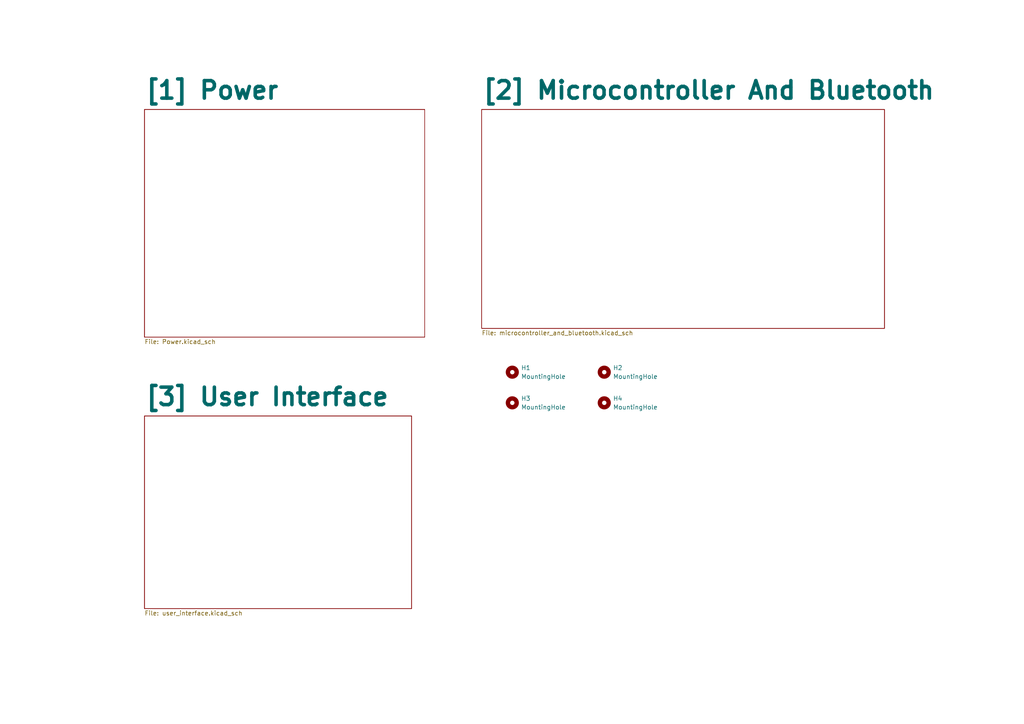
<source format=kicad_sch>
(kicad_sch (version 20231120) (generator "eeschema") (generator_version "8.0")
  (paper "A4")
  (title_block (title "SurvBot - Remote Controller") (date "2025-03-17") (rev "1.0.0."))
  (lib_symbols
    (symbol "Mechanical:MountingHole" (pin_names (offset 1.016)) (exclude_from_sim yes) (in_bom no)
      (property "Reference" "H" (at 0 5.08 0))
      (property "Value" "MountingHole" (at 0 3.175 0))
      (symbol "MountingHole_0_1"
        (circle (center 0 0) (radius 1.27) (stroke (width 1.27)))
      )
    )
  )
  (symbol (lib_id "Mechanical:MountingHole") (at 175.26 116.84 0) (unit 1) (exclude_from_sim yes) (in_bom no)
    (property "Reference" "H4" (at 177.8 115.5699 0) (effects (justify left)))
    (property "Value" "MountingHole" (at 177.8 118.1099 0) (effects (justify left)))
    (property "Footprint" "MountingHole:MountingHole_2mm" (effects (hide yes)))
    (property "Description" "Mounting Hole without connection" (effects (hide yes)))
  )
  (symbol (lib_id "Mechanical:MountingHole") (at 175.26 107.95 0) (unit 1) (exclude_from_sim yes) (in_bom no)
    (property "Reference" "H2" (at 177.8 106.6799 0) (effects (justify left)))
    (property "Value" "MountingHole" (at 177.8 109.2199 0) (effects (justify left)))
    (property "Footprint" "MountingHole:MountingHole_2mm" (effects (hide yes)))
    (property "Description" "Mounting Hole without connection" (effects (hide yes)))
  )
  (symbol (lib_id "Mechanical:MountingHole") (at 148.59 116.84 0) (unit 1) (exclude_from_sim yes) (in_bom no)
    (property "Reference" "H3" (at 151.13 115.5699 0) (effects (justify left)))
    (property "Value" "MountingHole" (at 151.13 118.1099 0) (effects (justify left)))
    (property "Footprint" "MountingHole:MountingHole_2mm" (effects (hide yes)))
    (property "Description" "Mounting Hole without connection" (effects (hide yes)))
  )
  (symbol (lib_id "Mechanical:MountingHole") (at 148.59 107.95 0) (unit 1) (exclude_from_sim yes) (in_bom no)
    (property "Reference" "H1" (at 151.13 106.6799 0) (effects (justify left)))
    (property "Value" "MountingHole" (at 151.13 109.2199 0) (effects (justify left)))
    (property "Footprint" "MountingHole:MountingHole_2mm" (effects (hide yes)))
    (property "Description" "Mounting Hole without connection" (effects (hide yes)))
  )
  (sheet (at 41.91 120.65) (size 77.47 55.88) (stroke (width 0.1524))
    (property "Sheetname" "[3] User Interface" (at 41.91 118.0334 0) (effects (font (size 5.08 5.08) (thickness 1.016) (bold yes)) (justify left bottom)))
    (property "Sheetfile" "user_interface.kicad_sch" (at 41.91 177.1146 0) (effects (justify left top)))
  )
  (sheet (at 139.7 31.75) (size 116.84 63.5) (stroke (width 0.1524))
    (property "Sheetname" "[2] Microcontroller And Bluetooth" (at 139.7 29.1334 0) (effects (font (size 5.08 5.08) (thickness 1.016) (bold yes)) (justify left bottom)))
    (property "Sheetfile" "microcontroller_and_bluetooth.kicad_sch" (at 139.7 95.8346 0) (effects (justify left top)))
  )
  (sheet (at 41.91 31.75) (size 81.28 66.04) (stroke (width 0.1524))
    (property "Sheetname" "[1] Power" (at 41.91 29.1334 0) (effects (font (size 5.08 5.08) (thickness 1.016) (bold yes)) (justify left bottom)))
    (property "Sheetfile" "Power.kicad_sch" (at 41.91 98.3746 0) (effects (justify left top)))
  )
)
</source>
